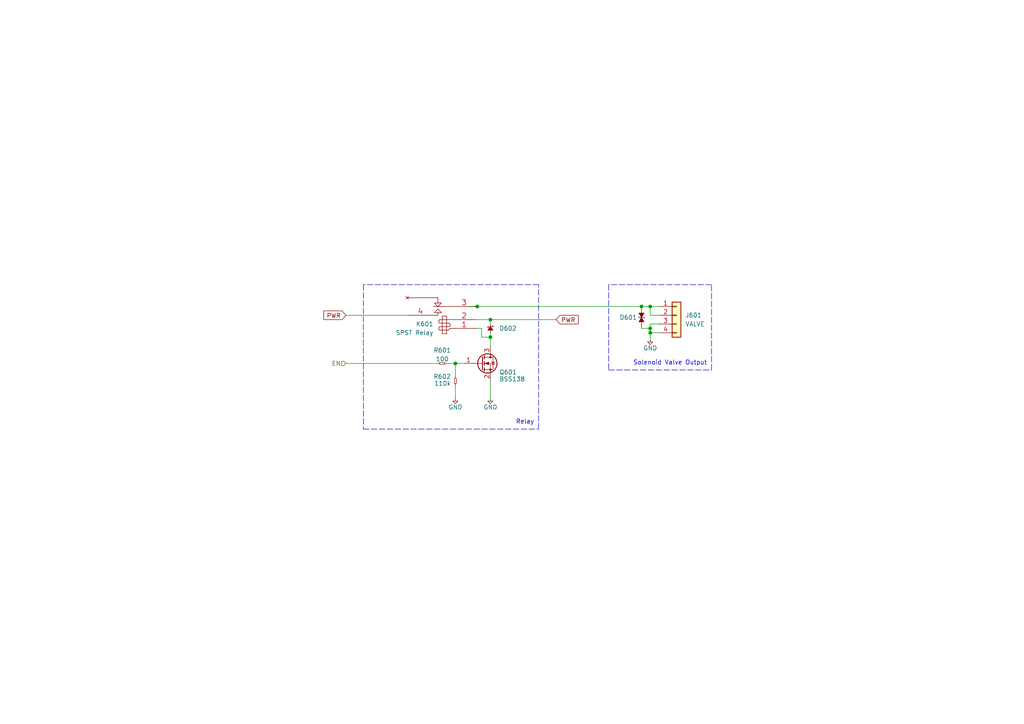
<source format=kicad_sch>
(kicad_sch (version 20211123) (generator eeschema)
  (paper "A4")
  (title_block (title "PROJECT ROYALE") (date "2021-10-23") (rev "1.0") (company "Cambridge University Spaceflight") (comment 1 "Drawn By Henry Franks"))
  (lib_symbols
    (symbol "royale:BSS138" (pin_names hide)
      (property "Reference" "Q" (at 5.08 1.905 0))
      (property "Value" "royale_BSS138" (at 5.08 0 0))
      (symbol "BSS138_0_1"
        (polyline (pts (xy 0.254 0) (xy -2.54 0)))
        (polyline (pts (xy 0.254 1.905) (xy 0.254 -1.905)) (stroke (width 0.254)))
        (polyline (pts (xy 0.762 -1.27) (xy 0.762 -2.286)) (stroke (width 0.254)))
        (polyline (pts (xy 0.762 0.508) (xy 0.762 -0.508)) (stroke (width 0.254)))
        (polyline (pts (xy 0.762 2.286) (xy 0.762 1.27)) (stroke (width 0.254)))
        (polyline (pts (xy 2.54 2.54) (xy 2.54 1.778)))
        (polyline (pts (xy 2.54 -2.54) (xy 2.54 0) (xy 0.762 0)))
        (polyline (pts (xy 0.762 -1.778) (xy 3.302 -1.778) (xy 3.302 1.778) (xy 0.762 1.778)))
        (polyline (pts (xy 1.016 0) (xy 2.032 0.381) (xy 2.032 -0.381) (xy 1.016 0)) (fill (type outline)))
        (polyline (pts (xy 2.794 0.508) (xy 2.921 0.381) (xy 3.683 0.381) (xy 3.81 0.254)))
        (polyline (pts (xy 3.302 0.381) (xy 2.921 -0.254) (xy 3.683 -0.254) (xy 3.302 0.381)))
        (circle (center 1.651 0) (radius 2.794) (stroke (width 0.254)))
        (circle (center 2.54 -1.778) (radius 0.254) (fill (type outline)))
        (circle (center 2.54 1.778) (radius 0.254) (fill (type outline)))
      )
      (symbol "BSS138_1_1"
        (pin input line (at -5.08 0 0) (length 2.54) (name "G") (number "1"))
        (pin passive line (at 2.54 -5.08 90) (length 2.54) (name "S") (number "2"))
        (pin passive line (at 2.54 5.08 270) (length 2.54) (name "D") (number "3"))
      )
    )
    (symbol "royale:Conn_01x04" (pin_names (offset 1.016) hide)
      (property "Reference" "J" (at 0 5.08 0))
      (property "Value" "Conn_01x04" (at 0 -7.62 0))
      (symbol "Conn_01x04_1_1"
        (rectangle (start -1.27 -4.953) (end 0 -5.207) (stroke (width 0.1524)))
        (rectangle (start -1.27 -2.413) (end 0 -2.667) (stroke (width 0.1524)))
        (rectangle (start -1.27 0.127) (end 0 -0.127) (stroke (width 0.1524)))
        (rectangle (start -1.27 2.667) (end 0 2.413) (stroke (width 0.1524)))
        (rectangle (start -1.27 3.81) (end 1.27 -6.35) (stroke (width 0.254)) (fill (type background)))
        (pin passive line (at -5.08 2.54 0) (length 3.81) (name "Pin_1") (number "1"))
        (pin passive line (at -5.08 0 0) (length 3.81) (name "Pin_2") (number "2"))
        (pin passive line (at -5.08 -2.54 0) (length 3.81) (name "Pin_3") (number "3"))
        (pin passive line (at -5.08 -5.08 0) (length 3.81) (name "Pin_4") (number "4"))
      )
    )
    (symbol "royale:Diode_ESD" (pin_numbers hide) (pin_names (offset 0) hide)
      (property "Reference" "D" (at -1.27 2.54 0))
      (symbol "Diode_ESD_0_1"
        (polyline (pts (xy 0 -0.762) (xy 0.254 -0.762)))
        (polyline (pts (xy 0 0.762) (xy -0.254 0.762)))
        (polyline (pts (xy 0 0.762) (xy 0 -0.762)))
        (polyline (pts (xy 0 0) (xy -1.27 0.762) (xy -1.27 -0.762) (xy 0 0)) (fill (type outline)))
        (polyline (pts (xy 0 0) (xy 1.27 0.762) (xy 1.27 -0.762) (xy 0 0)) (fill (type outline)))
      )
      (symbol "Diode_ESD_1_1"
        (pin passive line (at -2.54 0 0) (length 1.27) (name "1") (number "1"))
        (pin passive line (at 2.54 0 180) (length 1.27) (name "2") (number "2"))
      )
    )
    (symbol "royale:Diode_Schottky" (pin_numbers hide) (pin_names (offset 1.016) hide)
      (property "Reference" "D" (at 1.27 1.778 0))
      (symbol "Diode_Schottky_0_1"
        (polyline (pts (xy 0.762 0.762) (xy 0.762 -0.762)))
        (polyline (pts (xy 0.762 -0.762) (xy 1.016 -0.762) (xy 1.016 -0.508)))
        (polyline (pts (xy 0.762 0.762) (xy 0.508 0.762) (xy 0.508 0.508)))
        (polyline (pts (xy 1.778 0.762) (xy 0.762 0) (xy 1.778 -0.762) (xy 1.778 0.762)) (fill (type outline)))
      )
      (symbol "Diode_Schottky_1_1"
        (pin passive line (at 0 0 0) (length 0.762) (name "~") (number "1"))
        (pin passive line (at 2.54 0 180) (length 0.762) (name "~") (number "2"))
      )
    )
    (symbol "royale:GND" (power) (pin_numbers hide) (pin_names (offset 1.016) hide)
      (property "Value" "royale_GND" (at 0 -2.54 0))
      (symbol "GND_0_1"
        (polyline (pts (xy 0 0) (xy 0 -0.762)))
        (polyline (pts (xy -0.762 -0.762) (xy 0.762 -0.762) (xy 0 -1.524) (xy -0.762 -0.762)) (fill (type background)))
      )
      (symbol "GND_1_1"
        (pin power_in line (at 0 0 180) (length 0) hide (name "GND") (number "1"))
      )
    )
    (symbol "royale:R" (pin_numbers hide) (pin_names (offset 1.016) hide)
      (property "Reference" "R" (at 1.27 1.27 0))
      (property "Value" "royale_R" (at 1.27 -1.27 0))
      (symbol "R_0_1"
        (rectangle (start 0.508 0.254) (end 2.032 -0.254) (fill (type background)))
      )
      (symbol "R_1_1"
        (pin passive line (at 0 0 0) (length 0.508) (name "~") (number "1"))
        (pin passive line (at 2.54 0 180) (length 0.508) (name "~") (number "2"))
      )
    )
    (symbol "royale:Relay_SPST" (pin_names (offset 1.016) hide)
      (property "Reference" "K" (at -1.27 10.16 0))
      (property "Value" "Relay_SPST" (at 0 -3.81 0))
      (symbol "Relay_SPST_0_1"
        (polyline (pts (xy -2.54 0) (xy -2.286 0)))
        (polyline (pts (xy -2.54 2.54) (xy -1.27 2.54)))
        (polyline (pts (xy -2.286 0) (xy -1.778 -0.4826)))
        (polyline (pts (xy -2.286 0.7874) (xy -2.286 1.27)))
        (polyline (pts (xy -2.032 0.508) (xy -2.286 0.7874)))
        (polyline (pts (xy -2.032 1.524) (xy -2.286 1.27)))
        (polyline (pts (xy -1.778 -0.4826) (xy -1.27 -0.4826)))
        (polyline (pts (xy -1.27 -1.524) (xy -1.27 3.5814)))
        (polyline (pts (xy -1.27 0.508) (xy -2.032 0.508)))
        (polyline (pts (xy -1.27 0.508) (xy 0 0.508)))
        (polyline (pts (xy -1.27 1.524) (xy -2.032 1.524)))
        (polyline (pts (xy -1.27 2.54) (xy 0 2.54)))
        (polyline (pts (xy -1.27 3.5814) (xy 0 3.5814)))
        (polyline (pts (xy 0 -1.524) (xy -1.27 -1.524)))
        (polyline (pts (xy 0 -0.4826) (xy -1.27 -0.4826)))
        (polyline (pts (xy 0 -0.4826) (xy 0.7366 -0.4826)))
        (polyline (pts (xy 0 0.508) (xy 0.7366 0.508)))
        (polyline (pts (xy 0 1.524) (xy -1.27 1.524)))
        (polyline (pts (xy 0 1.524) (xy 0.7366 1.524)))
        (polyline (pts (xy 0 2.54) (xy 0.7366 2.54)))
        (polyline (pts (xy 0 3.5814) (xy 0 -1.524)))
        (polyline (pts (xy 0.254 4.572) (xy 1.27 5.6134)))
        (polyline (pts (xy 0.254 7.366) (xy 0.9906 7.366)))
        (polyline (pts (xy 0.7366 -0.4826) (xy 0.9906 -0.254)))
        (polyline (pts (xy 0.7366 0.508) (xy 0.9906 0.254)))
        (polyline (pts (xy 0.7366 1.524) (xy 0.9906 1.778)))
        (polyline (pts (xy 0.7366 2.54) (xy 0.9906 2.3114)))
        (polyline (pts (xy 0.9906 -0.254) (xy 0.9906 0.254)))
        (polyline (pts (xy 0.9906 2.3114) (xy 0.9906 1.778)))
        (polyline (pts (xy 0.9906 6.6294) (xy 0.254 7.366)))
        (polyline (pts (xy 0.9906 6.6294) (xy 1.27 6.35)))
        (polyline (pts (xy 0.9906 7.366) (xy 2.2606 7.366)))
        (polyline (pts (xy 1.27 3.81) (xy 1.27 4.572)))
        (polyline (pts (xy 1.27 3.81) (xy 2.54 3.81)))
        (polyline (pts (xy 1.27 5.6134) (xy 2.2606 4.572)))
        (polyline (pts (xy 1.27 6.35) (xy -2.54 6.35)))
        (polyline (pts (xy 1.27 6.35) (xy 1.524 6.35)))
        (polyline (pts (xy 1.27 8.89) (xy 1.27 7.366)))
        (polyline (pts (xy 1.27 8.89) (xy 2.54 8.89)))
        (polyline (pts (xy 1.524 6.35) (xy 2.54 6.35)))
        (polyline (pts (xy 2.2606 4.572) (xy 0.254 4.572)))
        (polyline (pts (xy 2.2606 7.366) (xy 1.27 6.35)))
      )
      (symbol "Relay_SPST_1_1"
        (pin input line (at -10.16 0 0) (length 7.62) (name "~") (number "1"))
        (pin input line (at -10.16 2.54 0) (length 7.62) (name "~") (number "2"))
        (pin passive line (at -10.16 6.35 0) (length 7.62) (name "~") (number "3"))
        (pin passive line (at 10.16 3.81 180) (length 7.62) (name "~") (number "4"))
        (pin no_connect line (at 10.16 8.89 180) (length 7.62) (name "~") (number "~"))
      )
    )
  )
  (junction (at 142.24 97.79))
  (junction (at 132.08 105.41))
  (junction (at 188.595 88.9))
  (junction (at 142.24 92.71))
  (junction (at 138.43 88.9))
  (junction (at 188.595 95.25))
  (junction (at 186.055 88.9))
  (junction (at 188.595 96.52))
  (polyline (pts (xy 206.375 107.315) (xy 206.375 82.55)))
  (wire (pts (xy 138.43 92.71) (xy 142.24 92.71)))
  (polyline (pts (xy 156.21 82.55) (xy 105.41 82.55)))
  (wire (pts (xy 142.24 97.79) (xy 139.7 97.79)))
  (polyline (pts (xy 206.375 82.55) (xy 176.53 82.55)))
  (wire (pts (xy 188.595 88.9) (xy 191.135 88.9)))
  (wire (pts (xy 142.24 110.49) (xy 142.24 115.57)))
  (polyline (pts (xy 176.53 107.315) (xy 206.375 107.315)))
  (wire (pts (xy 186.055 94.615) (xy 186.055 95.25)))
  (wire (pts (xy 138.43 88.9) (xy 186.055 88.9)))
  (polyline (pts (xy 105.41 124.46) (xy 156.21 124.46)))
  (wire (pts (xy 188.595 91.44) (xy 191.135 91.44)))
  (wire (pts (xy 188.595 96.52) (xy 191.135 96.52)))
  (wire (pts (xy 132.08 105.41) (xy 134.62 105.41)))
  (wire (pts (xy 139.7 97.79) (xy 139.7 95.25)))
  (wire (pts (xy 139.7 95.25) (xy 138.43 95.25)))
  (wire (pts (xy 142.24 100.33) (xy 142.24 97.79)))
  (wire (pts (xy 142.24 96.52) (xy 142.24 97.79)))
  (wire (pts (xy 188.595 88.9) (xy 188.595 91.44)))
  (wire (pts (xy 142.24 92.71) (xy 161.29 92.71)))
  (wire (pts (xy 132.08 111.76) (xy 132.08 115.57)))
  (wire (pts (xy 129.54 105.41) (xy 132.08 105.41)))
  (wire (pts (xy 186.055 88.9) (xy 188.595 88.9)))
  (wire (pts (xy 100.33 91.44) (xy 118.11 91.44)))
  (wire (pts (xy 100.33 105.41) (xy 127 105.41)))
  (polyline (pts (xy 176.53 82.55) (xy 176.53 107.315)))
  (wire (pts (xy 132.08 105.41) (xy 132.08 109.22)))
  (wire (pts (xy 188.595 93.98) (xy 191.135 93.98)))
  (wire (pts (xy 186.055 88.9) (xy 186.055 89.535)))
  (wire (pts (xy 142.24 92.71) (xy 142.24 93.98)))
  (wire (pts (xy 186.055 95.25) (xy 188.595 95.25)))
  (wire (pts (xy 135.89 88.9) (xy 138.43 88.9)))
  (wire (pts (xy 188.595 96.52) (xy 188.595 95.25)))
  (wire (pts (xy 188.595 95.25) (xy 188.595 93.98)))
  (wire (pts (xy 188.595 96.52) (xy 188.595 98.425)))
  (polyline (pts (xy 105.41 82.55) (xy 105.41 124.46)))
  (polyline (pts (xy 156.21 124.46) (xy 156.21 82.55)))
  (text "Solenoid Valve Output" (at 205.105 106.045 180) (effects (font (size 1.27 1.27)) (justify right bottom)))
  (text "Relay" (at 154.94 123.19 180) (effects (font (size 1.27 1.27)) (justify right bottom)))
  (global_label "PWR" (shape input) (at 161.29 92.71 0) (property "Intersheet References" "${INTERSHEET_REFS}" (effects hide)))
  (global_label "PWR" (shape input) (at 100.33 91.44 180) (property "Intersheet References" "${INTERSHEET_REFS}" (effects hide)))
  (hierarchical_label "EN" (shape input) (at 100.33 105.41 180))
  (symbol (lib_id "royale:GND") (at 188.595 98.425 0)
    (property "Reference" "#PWR0601" (effects hide))
    (property "Value" "GND" (at 188.595 100.965 0))
  )
  (symbol (lib_id "royale:BSS138") (at 139.7 105.41 0)
    (property "Reference" "Q601" (at 144.78 107.95 0) (effects (justify left)))
    (property "Value" "BSS138" (at 144.78 109.22 0) (effects (justify left top)))
    (property "Footprint" "royale:BSS138" (effects hide))
    (property "Datasheet" "https://www.onsemi.com/pub/Collateral/BSS138-D.PDF" (effects hide))
    (property "Farnell" "2053833" (effects hide))
  )
  (symbol (lib_id "royale:GND") (at 142.24 115.57 0)
    (property "Reference" "#PWR0603" (effects hide))
    (property "Value" "GND" (at 142.24 118.11 0))
  )
  (symbol (lib_id "royale:R") (at 132.08 109.22 90) (mirror x)
    (property "Reference" "R602" (at 130.81 109.22 90) (effects (justify left)))
    (property "Value" "110k" (at 130.81 110.49 90) (effects (justify left top)))
    (property "Footprint" "royale:R_0402" (effects hide))
    (property "Farnell" "2059181" (effects hide))
  )
  (symbol (lib_id "royale:Diode_Schottky") (at 142.24 93.98 270)
    (property "Reference" "D602" (at 144.78 95.25 90) (effects (justify left)))
    (property "Value" "Diode_Schottky" (effects hide))
    (property "Footprint" "royale:D_0402" (effects hide))
    (property "Farnell" "3527901" (effects hide))
  )
  (symbol (lib_id "royale:Relay_SPST") (at 128.27 95.25 0) (mirror y)
    (property "Reference" "K601" (at 125.73 93.98 0) (effects (justify left)))
    (property "Value" "SPST Relay" (at 125.73 96.52 0) (effects (justify left)))
    (property "Footprint" "royale:Relay" (effects hide))
    (property "Farnell" "1863384" (effects hide))
  )
  (symbol (lib_id "royale:R") (at 127 105.41 0)
    (property "Reference" "R601" (at 128.27 101.6 0))
    (property "Value" "100" (at 128.27 104.14 0))
    (property "Footprint" "royale:R_0402" (effects hide))
    (property "Farnell" "2331443" (effects hide))
  )
  (symbol (lib_id "royale:GND") (at 132.08 115.57 0)
    (property "Reference" "#PWR0602" (effects hide))
    (property "Value" "GND" (at 132.08 118.11 0))
  )
  (symbol (lib_id "royale:Diode_ESD") (at 186.055 92.075 270) (mirror x)
    (property "Reference" "D601" (at 184.785 92.075 90) (effects (justify right)))
    (property "Value" "Diode_ESD" (effects hide))
    (property "Footprint" "royale:D_0402" (effects hide))
    (property "Farnell" "2368169" (effects hide))
  )
  (symbol (lib_id "royale:Conn_01x04") (at 196.215 91.44 0)
    (property "Reference" "J601" (at 198.755 91.4399 0) (effects (justify left)))
    (property "Value" "VALVE" (at 198.755 93.9799 0) (effects (justify left)))
    (property "Footprint" "royale:Molex_Nano-Fit_105313-xx04_1x04_P2.50mm_Horizontal" (effects hide))
    (property "Farnell" "2820686" (effects hide))
  )
)
</source>
